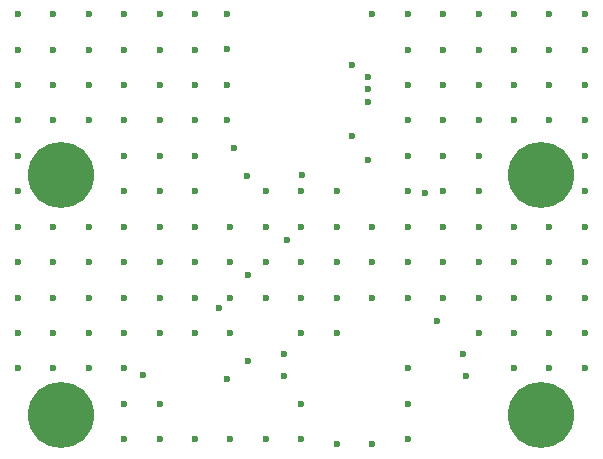
<source format=gbr>
%TF.GenerationSoftware,KiCad,Pcbnew,8.0.4+1*%
%TF.CreationDate,2024-10-18T12:55:20+00:00*%
%TF.ProjectId,TFGPSLITE01,54464750-534c-4495-9445-30312e6b6963,rev?*%
%TF.SameCoordinates,Original*%
%TF.FileFunction,Copper,L3,Inr*%
%TF.FilePolarity,Positive*%
%FSLAX46Y46*%
G04 Gerber Fmt 4.6, Leading zero omitted, Abs format (unit mm)*
G04 Created by KiCad (PCBNEW 8.0.4+1) date 2024-10-18 12:55:20*
%MOMM*%
%LPD*%
G01*
G04 APERTURE LIST*
%TA.AperFunction,ComponentPad*%
%ADD10C,5.600000*%
%TD*%
%TA.AperFunction,ViaPad*%
%ADD11C,0.600000*%
%TD*%
G04 APERTURE END LIST*
D10*
%TO.N,GND*%
%TO.C,M4*%
X156340000Y-99840000D03*
%TD*%
%TO.N,GND*%
%TO.C,M1*%
X115700000Y-99840000D03*
%TD*%
%TO.N,GND*%
%TO.C,M3*%
X115700000Y-120160000D03*
%TD*%
%TO.N,GND*%
%TO.C,M2*%
X156340000Y-120160000D03*
%TD*%
D11*
%TO.N,+3V3*%
X150045001Y-116837500D03*
X140413500Y-90535000D03*
X147592500Y-112230000D03*
X146565000Y-101395000D03*
X122677500Y-116760000D03*
X141750000Y-98535000D03*
%TO.N,GND*%
X127090000Y-86220000D03*
X151090000Y-89220000D03*
X115090000Y-110220000D03*
X154090000Y-95220000D03*
X121090000Y-113220000D03*
X139090000Y-113220000D03*
X112090000Y-110220000D03*
X148090000Y-92220000D03*
X121090000Y-122220000D03*
X127090000Y-95220000D03*
X139090000Y-104220000D03*
X154090000Y-107220000D03*
X121090000Y-95220000D03*
X145090000Y-86220000D03*
X112090000Y-101220000D03*
X145090000Y-92220000D03*
X127090000Y-104220000D03*
X130090000Y-122220000D03*
X151090000Y-98220000D03*
X124090000Y-92220000D03*
X127090000Y-89220000D03*
X121090000Y-104220000D03*
X136090000Y-119220000D03*
X157090000Y-92220000D03*
X148090000Y-86220000D03*
X145090000Y-89220000D03*
X148090000Y-101220000D03*
X142090000Y-110220000D03*
X112090000Y-116220000D03*
X112090000Y-107220000D03*
X148090000Y-95220000D03*
X145090000Y-116220000D03*
X124090000Y-104220000D03*
X136090000Y-122220000D03*
X154090000Y-113220000D03*
X118090000Y-86220000D03*
X136090000Y-101220000D03*
X154090000Y-116220000D03*
X160090000Y-110220000D03*
X136090000Y-107220000D03*
X127090000Y-101220000D03*
X145090000Y-104220000D03*
X148090000Y-110220000D03*
X142090000Y-104220000D03*
X151090000Y-86220000D03*
X148090000Y-104220000D03*
X139090000Y-110220000D03*
X157090000Y-113220000D03*
X160090000Y-86220000D03*
X127090000Y-122220000D03*
X118090000Y-113220000D03*
X124090000Y-113220000D03*
X136090000Y-104220000D03*
X118090000Y-95220000D03*
X124090000Y-95220000D03*
X157090000Y-86220000D03*
X129760000Y-89210000D03*
X121090000Y-92220000D03*
X160090000Y-89220000D03*
X133090000Y-107220000D03*
X124090000Y-110220000D03*
X112090000Y-104220000D03*
X139090000Y-122630000D03*
X121090000Y-107220000D03*
X124090000Y-89220000D03*
X121090000Y-98220000D03*
X136090000Y-110220000D03*
X151090000Y-113220000D03*
X115090000Y-92220000D03*
X148090000Y-107220000D03*
X118090000Y-89220000D03*
X151090000Y-104220000D03*
X160090000Y-113220000D03*
X118090000Y-92220000D03*
X145090000Y-95220000D03*
X151090000Y-107220000D03*
X130090000Y-110220000D03*
X127090000Y-92220000D03*
X118090000Y-116220000D03*
X112090000Y-89220000D03*
X157090000Y-110220000D03*
X121090000Y-89220000D03*
X139090000Y-107220000D03*
X142090000Y-86220000D03*
X157090000Y-107220000D03*
X157090000Y-104220000D03*
X121090000Y-86220000D03*
X124090000Y-101220000D03*
X115090000Y-89220000D03*
X133090000Y-101220000D03*
X127090000Y-113220000D03*
X148090000Y-89220000D03*
X115090000Y-116220000D03*
X154090000Y-110220000D03*
X160090000Y-116220000D03*
X133090000Y-104220000D03*
X160090000Y-101220000D03*
X136090000Y-113220000D03*
X133090000Y-110220000D03*
X127090000Y-107220000D03*
X151090000Y-101220000D03*
X154090000Y-92220000D03*
X124090000Y-86220000D03*
X112090000Y-95220000D03*
X154090000Y-89220000D03*
X112090000Y-98220000D03*
X115090000Y-107220000D03*
X121090000Y-101220000D03*
X129760000Y-86210000D03*
X118090000Y-107220000D03*
X151090000Y-110220000D03*
X151090000Y-92220000D03*
X118090000Y-104220000D03*
X157090000Y-95220000D03*
X129760000Y-95210000D03*
X112090000Y-92220000D03*
X145090000Y-119220000D03*
X130090000Y-113220000D03*
X148090000Y-98220000D03*
X127090000Y-110220000D03*
X121090000Y-116220000D03*
X160090000Y-95220000D03*
X154090000Y-104220000D03*
X112090000Y-113220000D03*
X124090000Y-122220000D03*
X115090000Y-86220000D03*
X124090000Y-107220000D03*
X121090000Y-110220000D03*
X133090000Y-122220000D03*
X160090000Y-92220000D03*
X115090000Y-95220000D03*
X154090000Y-86220000D03*
X127090000Y-98220000D03*
X145090000Y-107220000D03*
X121090000Y-119220000D03*
X124090000Y-98220000D03*
X124090000Y-119220000D03*
X145090000Y-122220000D03*
X145090000Y-110220000D03*
X160090000Y-98220000D03*
X139090000Y-101220000D03*
X151090000Y-95220000D03*
X115090000Y-113220000D03*
X130090000Y-107220000D03*
X157090000Y-89220000D03*
X118090000Y-110220000D03*
X160090000Y-107220000D03*
X130090000Y-104220000D03*
X145090000Y-98220000D03*
X129760000Y-92210000D03*
X145090000Y-101220000D03*
X142090000Y-122620000D03*
X112090000Y-86220000D03*
X142090000Y-107220000D03*
X160090000Y-104220000D03*
X157090000Y-116220000D03*
X115090000Y-104220000D03*
%TO.N,Net-(D1-K)*%
X141720000Y-91535000D03*
%TO.N,Net-(D2-A)*%
X134620000Y-116852500D03*
%TO.N,Net-(D3-A)*%
X149800000Y-115030000D03*
%TO.N,/L_UBX_TX*%
X130350000Y-97550000D03*
%TO.N,/L_UBX_RX*%
X131510000Y-99907500D03*
%TO.N,/TPL*%
X134910000Y-105380000D03*
X136110000Y-99880000D03*
X134620000Y-115027500D03*
%TO.N,/EXTINT*%
X141720000Y-92580000D03*
%TO.N,/TX*%
X129765000Y-117135000D03*
X129090000Y-111120000D03*
%TO.N,/RX*%
X131590000Y-115590000D03*
X131560000Y-108350000D03*
%TO.N,Net-(IC1-SCL_{slash}_SPI_CLK)*%
X141720000Y-93690000D03*
%TO.N,Net-(IC1-SDA_{slash}_SPI_CS_N)*%
X140413500Y-96535000D03*
%TD*%
M02*

</source>
